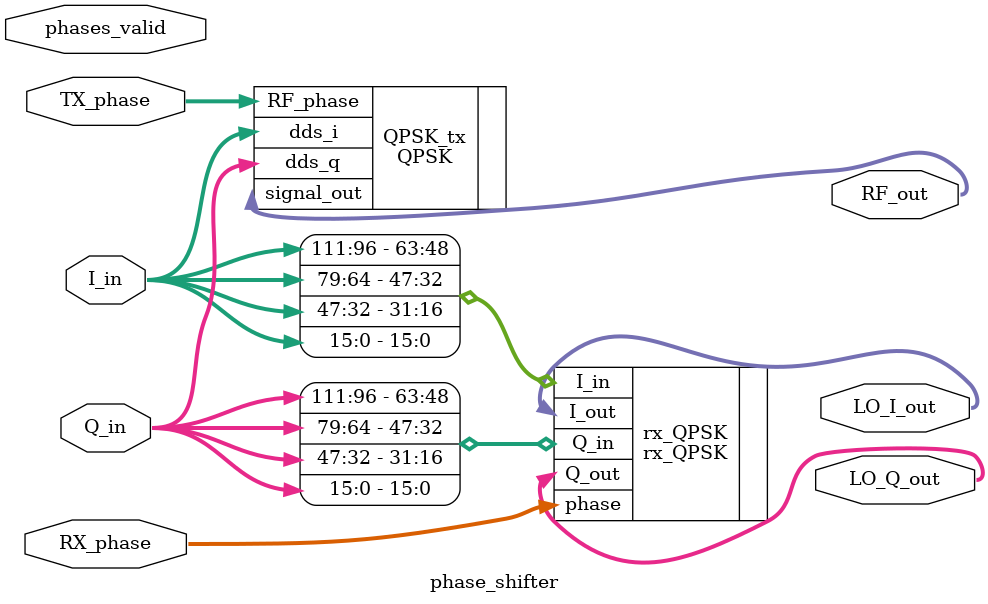
<source format=v>
`timescale 1ns / 1ps
module phase_shifter(
    input [8*16-1:0] I_in,
    input [8*16-1:0] Q_in,
    input [1:0] TX_phase,
    input [1:0] RX_phase,
	 input phases_valid,
    output [4*16-1:0] LO_I_out,
    output [4*16-1:0] LO_Q_out,
    output [8*14-1:0] RF_out
    );
	
	localparam [5:0] N_BITS_TX = 5'd14;
	localparam [4:0] N_PARA_TX = 4'd8;
	
	// TX PHASE SHIFT SIGNAL (14-BIT OUTPUT, 8 PARALLEL SAMPLES)
    QPSK #(.N_bits(N_BITS_TX), .N_para(N_PARA_TX))QPSK_tx( 
        .dds_i(I_in),
        .dds_q(Q_in),
        .RF_phase(TX_phase),
        .signal_out(RF_out)
        ); 
		  
	 // RX PHASE SHIFT SIGNAL (16-BIT OUTPUT, 4 PARALLEL SAMPLES)
	 rx_QPSK rx_QPSK(
		.I_in({I_in[111:96], I_in[79:64], I_in[47:32], I_in[15:0]}),
		.Q_in({Q_in[111:96], Q_in[79:64], Q_in[47:32], Q_in[15:0]}),
		.phase(RX_phase),
		.I_out(LO_I_out),
		.Q_out(LO_Q_out)
		);
		
endmodule

</source>
